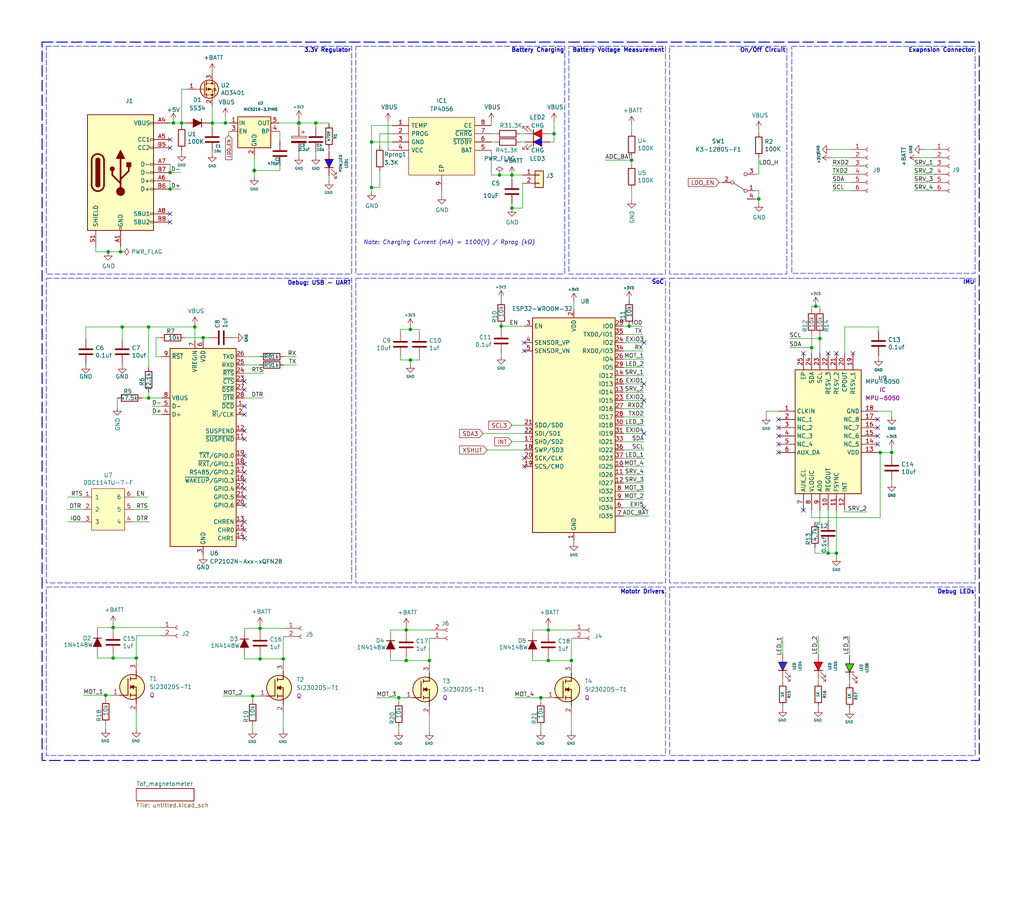
<source format=kicad_sch>
(kicad_sch (version 20231120) (generator "eeschema") (generator_version "8.0")
  (paper "User" 315.011 280.01)
  (title_block (title "ESP Drone") (date "2024-10-07") (rev "v0") (company "Shishir") (comment 1 "DESE"))
  (junction (at 32.512 213.868))
  (junction (at 132.08 203.2))
  (junction (at 168.656 193.802))
  (junction (at 62.484 103.886))
  (junction (at 33.274 77.47))
  (junction (at 37.084 77.47))
  (junction (at 193.548 100.33))
  (junction (at 45.72 122.428))
  (junction (at 274.32 139.192))
  (junction (at 80.01 193.294))
  (junction (at 78.232 52.451) (diameter 1.016))
  (junction (at 170.434 41.148))
  (junction (at 166.37 214.63))
  (junction (at 52.324 53.086))
  (junction (at 41.91 202.438))
  (junction (at 97.155 37.846))
  (junction (at 55.88 37.846))
  (junction (at 194.31 49.276))
  (junction (at 124.968 203.2))
  (junction (at 270.764 139.192))
  (junction (at 175.768 203.2))
  (junction (at 252.222 104.14))
  (junction (at 153.67 53.848))
  (junction (at 91.948 37.846) (diameter 1.016))
  (junction (at 124.968 193.802))
  (junction (at 233.426 61.214))
  (junction (at 114.3 43.688))
  (junction (at 34.798 193.04))
  (junction (at 65.278 37.846))
  (junction (at 126.238 101.346))
  (junction (at 69.342 37.846))
  (junction (at 257.302 170.18))
  (junction (at 114.3 57.658))
  (junction (at 168.656 203.2))
  (junction (at 80.01 202.692))
  (junction (at 154.178 100.33))
  (junction (at 249.682 106.934))
  (junction (at 254.762 170.18))
  (junction (at 53.34 37.846))
  (junction (at 37.592 100.584))
  (junction (at 157.48 53.848))
  (junction (at 122.682 214.63))
  (junction (at 250.952 94.234))
  (junction (at 45.72 100.584))
  (junction (at 87.122 202.692))
  (junction (at 34.798 202.438))
  (junction (at 59.944 100.584))
  (junction (at 157.48 64.008))
  (junction (at 52.324 58.166))
  (junction (at 126.238 110.744))
  (junction (at 77.724 214.122))
  (no_connect (at 75.184 140.208))
  (no_connect (at 198.12 118.11))
  (no_connect (at 239.522 139.192))
  (no_connect (at 75.184 119.888))
  (no_connect (at 52.324 42.926))
  (no_connect (at 247.142 156.972))
  (no_connect (at 75.184 147.828))
  (no_connect (at 262.382 108.712))
  (no_connect (at 75.184 145.288))
  (no_connect (at 52.324 65.786))
  (no_connect (at 270.002 136.652))
  (no_connect (at 239.522 134.112))
  (no_connect (at 75.184 127.508))
  (no_connect (at 257.302 108.712))
  (no_connect (at 75.184 163.068))
  (no_connect (at 75.184 132.588))
  (no_connect (at 75.184 155.448))
  (no_connect (at 75.184 165.608))
  (no_connect (at 75.184 160.528))
  (no_connect (at 52.324 68.326))
  (no_connect (at 161.29 105.41))
  (no_connect (at 52.324 45.466))
  (no_connect (at 161.29 107.95))
  (no_connect (at 75.184 135.128))
  (no_connect (at 161.29 140.97))
  (no_connect (at 270.002 129.032))
  (no_connect (at 75.184 150.368))
  (no_connect (at 75.184 142.748))
  (no_connect (at 239.522 131.572))
  (no_connect (at 270.002 131.572))
  (no_connect (at 247.142 108.712))
  (no_connect (at 198.12 156.21))
  (no_connect (at 75.184 152.908))
  (no_connect (at 198.12 105.41))
  (no_connect (at 254.762 108.712))
  (no_connect (at 239.522 129.032))
  (no_connect (at 75.184 117.348))
  (no_connect (at 161.29 143.51))
  (no_connect (at 198.12 133.35))
  (no_connect (at 239.522 136.652))
  (no_connect (at 75.184 124.968))
  (no_connect (at 198.12 123.19))
  (no_connect (at 270.002 134.112))
  (wire (pts (xy 62.484 170.942) (xy 62.484 170.688)))
  (wire (pts (xy 41.91 195.58) (xy 41.91 202.438)))
  (wire (pts (xy 78.232 52.451) (xy 78.232 54.356)))
  (wire (pts (xy 198.12 153.67) (xy 191.77 153.67)))
  (wire (pts (xy 86.106 43.434) (xy 86.106 40.386)))
  (wire (pts (xy 256.032 53.594) (xy 261.874 53.594)))
  (wire (pts (xy 34.798 193.04) (xy 34.798 193.802)))
  (wire (pts (xy 116.84 57.658) (xy 114.3 57.658)))
  (wire (pts (xy 194.31 38.354) (xy 194.31 40.64)))
  (wire (pts (xy 48.006 109.728) (xy 49.784 109.728)))
  (wire (pts (xy 249.682 159.258) (xy 270.764 159.258)))
  (wire (pts (xy 252.222 108.712) (xy 252.222 104.14)))
  (wire (pts (xy 87.122 224.536) (xy 87.122 219.202)))
  (wire (pts (xy 240.792 195.834) (xy 240.792 201.168)))
  (wire (pts (xy 281.178 56.134) (xy 287.02 56.134)))
  (wire (pts (xy 197.612 100.33) (xy 193.548 100.33)))
  (wire (pts (xy 160.782 64.008) (xy 157.48 64.008)))
  (wire (pts (xy 251.714 208.788) (xy 251.714 209.804)))
  (wire (pts (xy 126.238 100.584) (xy 126.238 101.346)))
  (wire (pts (xy 168.656 203.2) (xy 163.83 203.2)))
  (wire (pts (xy 257.302 156.972) (xy 257.302 170.18)))
  (wire (pts (xy 163.83 193.802) (xy 163.83 194.564)))
  (wire (pts (xy 193.548 100.33) (xy 191.77 100.33)))
  (wire (pts (xy 57.658 27.432) (xy 55.88 27.432)))
  (wire (pts (xy 81.026 122.428) (xy 75.184 122.428)))
  (wire (pts (xy 198.12 146.05) (xy 191.77 146.05)))
  (wire (pts (xy 193.548 92.202) (xy 193.548 92.456)))
  (wire (pts (xy 77.724 214.122) (xy 77.724 215.392)))
  (wire (pts (xy 251.714 195.58) (xy 251.714 201.168)))
  (wire (pts (xy 198.12 130.81) (xy 191.77 130.81)))
  (wire (pts (xy 116.84 52.578) (xy 116.84 57.658)))
  (wire (pts (xy 123.19 110.744) (xy 126.238 110.744)))
  (wire (pts (xy 157.48 53.848) (xy 157.48 55.118)))
  (wire (pts (xy 186.182 49.276) (xy 194.31 49.276)))
  (wire (pts (xy 126.238 101.346) (xy 129.032 101.346)))
  (wire (pts (xy 114.3 38.608) (xy 114.3 43.688)))
  (wire (pts (xy 197.866 107.95) (xy 191.77 107.95)))
  (wire (pts (xy 176.53 92.71) (xy 176.53 95.25)))
  (wire (pts (xy 259.842 156.972) (xy 259.842 157.48)))
  (wire (pts (xy 40.894 160.528) (xy 45.974 160.528)))
  (wire (pts (xy 25.654 152.908) (xy 20.828 152.908)))
  (wire (pts (xy 29.972 193.04) (xy 34.798 193.04)))
  (wire (pts (xy 78.232 48.006) (xy 78.232 52.451)))
  (wire (pts (xy 65.278 37.846) (xy 69.342 37.846)))
  (wire (pts (xy 170.434 41.148) (xy 170.434 43.688)))
  (wire (pts (xy 64.262 103.886) (xy 62.484 103.886)))
  (wire (pts (xy 249.682 156.972) (xy 249.682 159.258)))
  (wire (pts (xy 240.792 208.788) (xy 240.792 209.804)))
  (wire (pts (xy 55.88 37.846) (xy 56.896 37.846)))
  (wire (pts (xy 120.142 193.802) (xy 120.142 194.564)))
  (wire (pts (xy 37.592 100.584) (xy 45.72 100.584)))
  (wire (pts (xy 55.88 46.99) (xy 55.88 46.228)))
  (wire (pts (xy 37.084 77.47) (xy 33.274 77.47)))
  (wire (pts (xy 157.48 53.848) (xy 160.782 53.848)))
  (wire (pts (xy 124.968 193.802) (xy 132.588 193.802)))
  (wire (pts (xy 91.948 46.736) (xy 91.948 48.006)))
  (wire (pts (xy 198.12 110.49) (xy 191.77 110.49)))
  (wire (pts (xy 80.01 193.294) (xy 80.01 194.056)))
  (wire (pts (xy 101.219 38.1) (xy 101.219 37.846)))
  (wire (pts (xy 87.122 195.834) (xy 87.63 195.834)))
  (wire (pts (xy 194.31 48.26) (xy 194.31 49.276)))
  (wire (pts (xy 34.29 213.868) (xy 32.512 213.868)))
  (wire (pts (xy 160.02 43.688) (xy 161.544 43.688)))
  (wire (pts (xy 37.592 112.268) (xy 37.592 112.014)))
  (wire (pts (xy 36.068 125.222) (xy 36.068 122.428)))
  (wire (pts (xy 49.276 103.886) (xy 48.006 103.886)))
  (wire (pts (xy 176.276 193.802) (xy 168.656 193.802)))
  (wire (pts (xy 79.502 214.122) (xy 77.724 214.122)))
  (wire (pts (xy 132.08 203.2) (xy 132.08 204.47)))
  (wire (pts (xy 198.12 156.21) (xy 191.77 156.21)))
  (wire (pts (xy 198.12 128.27) (xy 191.77 128.27)))
  (wire (pts (xy 116.84 41.148) (xy 120.65 41.148)))
  (wire (pts (xy 168.656 202.184) (xy 168.656 203.2)))
  (wire (pts (xy 274.32 148.59) (xy 274.32 147.828)))
  (wire (pts (xy 198.12 120.65) (xy 191.77 120.65)))
  (wire (pts (xy 115.824 214.63) (xy 122.682 214.63)))
  (wire (pts (xy 166.37 214.63) (xy 166.37 215.9)))
  (wire (pts (xy 198.12 151.13) (xy 191.77 151.13)))
  (wire (pts (xy 65.278 37.846) (xy 65.278 39.116)))
  (wire (pts (xy 70.358 41.656) (xy 70.358 40.386)))
  (wire (pts (xy 25.654 156.718) (xy 20.828 156.718)))
  (wire (pts (xy 29.972 193.04) (xy 29.972 193.802)))
  (wire (pts (xy 149.86 138.43) (xy 161.29 138.43)))
  (wire (pts (xy 198.12 143.51) (xy 191.77 143.51)))
  (wire (pts (xy 45.72 100.584) (xy 45.72 113.03)))
  (wire (pts (xy 52.324 55.626) (xy 52.324 58.166)))
  (wire (pts (xy 129.032 101.346) (xy 129.032 102.108)))
  (wire (pts (xy 274.32 137.922) (xy 274.32 139.192)))
  (wire (pts (xy 198.12 105.41) (xy 191.77 105.41)))
  (wire (pts (xy 129.032 110.744) (xy 129.032 109.728)))
  (wire (pts (xy 157.48 130.81) (xy 161.29 130.81)))
  (wire (pts (xy 257.302 171.45) (xy 257.302 170.18)))
  (wire (pts (xy 91.948 37.846) (xy 91.948 39.116)))
  (wire (pts (xy 270.002 139.192) (xy 270.764 139.192)))
  (wire (pts (xy 25.654 213.868) (xy 32.512 213.868)))
  (wire (pts (xy 87.63 193.294) (xy 80.01 193.294)))
  (wire (pts (xy 254.762 160.274) (xy 254.762 156.972)))
  (wire (pts (xy 120.65 38.608) (xy 114.3 38.608)))
  (wire (pts (xy 34.798 192.024) (xy 34.798 193.04)))
  (wire (pts (xy 151.13 41.148) (xy 152.4 41.148)))
  (wire (pts (xy 135.89 60.198) (xy 135.89 58.928)))
  (wire (pts (xy 151.13 37.338) (xy 151.13 38.608)))
  (wire (pts (xy 169.164 43.688) (xy 170.434 43.688)))
  (wire (pts (xy 45.72 100.584) (xy 59.944 100.584)))
  (wire (pts (xy 46.736 127.508) (xy 49.784 127.508)))
  (wire (pts (xy 198.12 118.11) (xy 191.77 118.11)))
  (wire (pts (xy 270.256 100.584) (xy 270.256 101.854)))
  (wire (pts (xy 119.38 37.338) (xy 119.38 46.228)))
  (wire (pts (xy 52.324 53.086) (xy 55.626 53.086)))
  (wire (pts (xy 198.12 148.59) (xy 191.77 148.59)))
  (wire (pts (xy 124.968 193.802) (xy 124.968 194.564)))
  (wire (pts (xy 40.894 152.908) (xy 45.466 152.908)))
  (wire (pts (xy 26.416 112.268) (xy 26.416 112.014)))
  (wire (pts (xy 59.944 100.584) (xy 59.944 104.648)))
  (wire (pts (xy 53.34 37.338) (xy 53.34 37.846)))
  (wire (pts (xy 124.968 193.802) (xy 120.142 193.802)))
  (wire (pts (xy 239.522 126.492) (xy 235.712 126.492)))
  (wire (pts (xy 65.278 22.098) (xy 65.278 22.352)))
  (wire (pts (xy 75.184 202.692) (xy 75.184 201.676)))
  (wire (pts (xy 32.512 224.282) (xy 32.512 222.758)))
  (wire (pts (xy 91.186 112.268) (xy 87.376 112.268)))
  (wire (pts (xy 124.46 214.63) (xy 122.682 214.63)))
  (wire (pts (xy 259.842 157.48) (xy 266.7 157.48)))
  (wire (pts (xy 154.178 109.474) (xy 154.178 108.712)))
  (wire (pts (xy 114.3 57.658) (xy 114.3 58.928)))
  (wire (pts (xy 249.682 94.234) (xy 250.952 94.234)))
  (wire (pts (xy 256.032 51.054) (xy 261.874 51.054)))
  (wire (pts (xy 132.08 225.044) (xy 132.08 219.71)))
  (wire (pts (xy 242.824 104.14) (xy 252.222 104.14)))
  (wire (pts (xy 80.01 192.532) (xy 80.01 193.294)))
  (wire (pts (xy 157.48 64.008) (xy 157.48 62.738)))
  (wire (pts (xy 68.58 214.122) (xy 77.724 214.122)))
  (wire (pts (xy 163.83 203.2) (xy 163.83 202.184)))
  (wire (pts (xy 101.219 54.102) (xy 101.219 55.626)))
  (wire (pts (xy 233.426 48.514) (xy 233.426 53.594)))
  (wire (pts (xy 252.222 95.25) (xy 252.222 94.234)))
  (wire (pts (xy 198.12 140.97) (xy 191.77 140.97)))
  (wire (pts (xy 79.756 109.728) (xy 75.184 109.728)))
  (wire (pts (xy 176.53 166.878) (xy 176.53 166.37)))
  (wire (pts (xy 41.91 224.282) (xy 41.91 218.948)))
  (wire (pts (xy 52.324 58.166) (xy 55.626 58.166)))
  (wire (pts (xy 282.448 48.514) (xy 287.02 48.514)))
  (wire (pts (xy 168.656 192.786) (xy 168.656 193.802)))
  (wire (pts (xy 41.91 202.438) (xy 34.798 202.438)))
  (wire (pts (xy 34.798 193.04) (xy 49.53 193.04)))
  (wire (pts (xy 281.178 51.054) (xy 287.02 51.054)))
  (wire (pts (xy 157.48 135.89) (xy 161.29 135.89)))
  (wire (pts (xy 91.948 37.846) (xy 97.155 37.846)))
  (wire (pts (xy 194.31 49.276) (xy 194.31 50.546)))
  (wire (pts (xy 148.59 133.35) (xy 161.29 133.35)))
  (wire (pts (xy 194.31 61.468) (xy 194.31 58.166)))
  (wire (pts (xy 274.32 128.016) (xy 274.32 126.492)))
  (wire (pts (xy 254.762 170.18) (xy 257.302 170.18)))
  (wire (pts (xy 70.358 40.386) (xy 70.612 40.386)))
  (wire (pts (xy 198.12 123.19) (xy 191.77 123.19)))
  (wire (pts (xy 274.32 139.192) (xy 274.32 140.208)))
  (wire (pts (xy 270.764 139.192) (xy 274.32 139.192)))
  (wire (pts (xy 86.106 51.054) (xy 86.106 52.451)))
  (wire (pts (xy 252.222 160.782) (xy 252.222 156.972)))
  (wire (pts (xy 132.588 196.342) (xy 132.08 196.342)))
  (wire (pts (xy 80.01 202.692) (xy 75.184 202.692)))
  (wire (pts (xy 175.768 203.2) (xy 168.656 203.2)))
  (wire (pts (xy 37.592 100.584) (xy 37.592 104.394)))
  (wire (pts (xy 80.01 201.676) (xy 80.01 202.692)))
  (wire (pts (xy 233.426 39.878) (xy 233.426 40.894)))
  (wire (pts (xy 249.682 102.87) (xy 249.682 106.934)))
  (wire (pts (xy 29.464 77.47) (xy 33.274 77.47)))
  (wire (pts (xy 154.178 100.076) (xy 154.178 100.33)))
  (wire (pts (xy 261.366 195.58) (xy 261.366 201.676)))
  (wire (pts (xy 154.178 100.33) (xy 161.29 100.33)))
  (wire (pts (xy 55.88 27.432) (xy 55.88 37.846)))
  (wire (pts (xy 26.416 104.394) (xy 26.416 100.584)))
  (wire (pts (xy 97.155 37.846) (xy 101.219 37.846)))
  (wire (pts (xy 242.824 106.934) (xy 249.682 106.934)))
  (wire (pts (xy 232.41 58.674) (xy 233.426 58.674)))
  (wire (pts (xy 154.178 100.33) (xy 154.178 101.092)))
  (wire (pts (xy 249.682 108.712) (xy 249.682 106.934)))
  (wire (pts (xy 46.736 124.968) (xy 49.784 124.968)))
  (wire (pts (xy 120.65 43.688) (xy 114.3 43.688)))
  (wire (pts (xy 29.972 202.438) (xy 29.972 201.422)))
  (wire (pts (xy 233.426 58.674) (xy 233.426 61.214)))
  (wire (pts (xy 250.698 160.782) (xy 252.222 160.782)))
  (wire (pts (xy 168.656 193.802) (xy 163.83 193.802)))
  (wire (pts (xy 198.12 135.89) (xy 191.77 135.89)))
  (wire (pts (xy 259.842 100.584) (xy 270.256 100.584)))
  (wire (pts (xy 41.91 195.58) (xy 49.53 195.58)))
  (wire (pts (xy 232.41 61.214) (xy 233.426 61.214)))
  (wire (pts (xy 199.644 158.75) (xy 191.77 158.75)))
  (wire (pts (xy 124.968 203.2) (xy 120.142 203.2)))
  (wire (pts (xy 65.278 32.512) (xy 65.278 37.846)))
  (wire (pts (xy 197.612 102.87) (xy 191.77 102.87)))
  (wire (pts (xy 256.032 56.134) (xy 261.874 56.134)))
  (wire (pts (xy 43.688 122.428) (xy 45.72 122.428)))
  (wire (pts (xy 259.842 108.712) (xy 259.842 100.584)))
  (wire (pts (xy 41.91 202.438) (xy 41.91 203.708)))
  (wire (pts (xy 45.72 120.65) (xy 45.72 122.428)))
  (wire (pts (xy 32.512 213.868) (xy 32.512 215.138)))
  (wire (pts (xy 59.944 100.076) (xy 59.944 100.584)))
  (wire (pts (xy 56.896 103.886) (xy 62.484 103.886)))
  (wire (pts (xy 193.548 100.076) (xy 193.548 100.33)))
  (wire (pts (xy 274.32 126.492) (xy 270.002 126.492)))
  (wire (pts (xy 48.006 103.886) (xy 48.006 109.728)))
  (wire (pts (xy 198.12 115.57) (xy 191.77 115.57)))
  (wire (pts (xy 52.324 50.546) (xy 52.324 53.086)))
  (wire (pts (xy 77.724 224.536) (xy 77.724 223.012)))
  (wire (pts (xy 281.178 58.674) (xy 287.02 58.674)))
  (wire (pts (xy 86.106 52.451) (xy 78.232 52.451)))
  (wire (pts (xy 175.768 203.2) (xy 175.768 204.47)))
  (wire (pts (xy 250.698 168.402) (xy 250.698 170.18)))
  (wire (pts (xy 151.13 46.228) (xy 151.13 53.848)))
  (wire (pts (xy 116.84 44.958) (xy 116.84 41.148)))
  (wire (pts (xy 283.972 45.974) (xy 287.02 45.974)))
  (wire (pts (xy 249.682 95.25) (xy 249.682 94.234)))
  (wire (pts (xy 34.798 202.438) (xy 29.972 202.438)))
  (wire (pts (xy 101.219 45.72) (xy 101.219 46.482)))
  (wire (pts (xy 69.342 37.846) (xy 70.612 37.846)))
  (wire (pts (xy 198.12 125.73) (xy 191.77 125.73)))
  (wire (pts (xy 45.72 122.428) (xy 49.784 122.428)))
  (wire (pts (xy 251.714 217.932) (xy 251.714 217.424)))
  (wire (pts (xy 123.19 101.346) (xy 126.238 101.346)))
  (wire (pts (xy 97.155 39.116) (xy 97.155 37.846)))
  (wire (pts (xy 86.106 40.386) (xy 85.852 40.386)))
  (wire (pts (xy 79.756 112.268) (xy 75.184 112.268)))
  (wire (pts (xy 158.242 214.63) (xy 166.37 214.63)))
  (wire (pts (xy 175.768 225.044) (xy 175.768 219.71)))
  (wire (pts (xy 52.324 37.846) (xy 53.34 37.846)))
  (wire (pts (xy 168.656 193.802) (xy 168.656 194.564)))
  (wire (pts (xy 87.122 202.692) (xy 80.01 202.692)))
  (wire (pts (xy 123.19 109.728) (xy 123.19 110.744)))
  (wire (pts (xy 114.3 43.688) (xy 114.3 57.658)))
  (wire (pts (xy 120.65 46.228) (xy 119.38 46.228)))
  (wire (pts (xy 29.464 75.946) (xy 29.464 77.47)))
  (wire (pts (xy 252.222 102.87) (xy 252.222 104.14)))
  (wire (pts (xy 34.798 201.422) (xy 34.798 202.438)))
  (wire (pts (xy 97.155 46.736) (xy 97.155 48.006)))
  (wire (pts (xy 255.524 45.974) (xy 261.874 45.974)))
  (wire (pts (xy 123.19 102.108) (xy 123.19 101.346)))
  (wire (pts (xy 124.968 192.786) (xy 124.968 193.802)))
  (wire (pts (xy 91.186 109.728) (xy 87.376 109.728)))
  (wire (pts (xy 75.184 193.294) (xy 75.184 194.056)))
  (wire (pts (xy 72.136 103.886) (xy 71.882 103.886)))
  (wire (pts (xy 175.768 196.342) (xy 176.276 196.342)))
  (wire (pts (xy 232.41 53.594) (xy 233.426 53.594)))
  (wire (pts (xy 175.768 196.342) (xy 175.768 203.2)))
  (wire (pts (xy 37.084 75.946) (xy 37.084 77.47)))
  (wire (pts (xy 170.434 37.338) (xy 170.434 41.148)))
  (wire (pts (xy 270.764 159.258) (xy 270.764 139.192)))
  (wire (pts (xy 80.01 193.294) (xy 75.184 193.294)))
  (wire (pts (xy 87.122 195.834) (xy 87.122 202.692)))
  (wire (pts (xy 166.37 225.044) (xy 166.37 223.52)))
  (wire (pts (xy 169.164 41.148) (xy 170.434 41.148)))
  (wire (pts (xy 124.968 202.184) (xy 124.968 203.2)))
  (wire (pts (xy 281.178 53.594) (xy 287.02 53.594)))
  (wire (pts (xy 198.12 138.43) (xy 191.77 138.43)))
  (wire (pts (xy 87.122 202.692) (xy 87.122 203.962)))
  (wire (pts (xy 120.142 203.2) (xy 120.142 202.184)))
  (wire (pts (xy 85.852 37.846) (xy 91.948 37.846)))
  (wire (pts (xy 26.416 100.584) (xy 37.592 100.584)))
  (wire (pts (xy 153.67 53.848) (xy 157.48 53.848)))
  (wire (pts (xy 65.278 46.736) (xy 65.278 47.244)))
  (wire (pts (xy 151.13 53.848) (xy 153.67 53.848)))
  (wire (pts (xy 132.08 203.2) (xy 124.968 203.2)))
  (wire (pts (xy 69.342 35.814) (xy 69.342 37.846)))
  (wire (pts (xy 198.12 133.35) (xy 191.77 133.35)))
  (wire (pts (xy 250.698 170.18) (xy 254.762 170.18)))
  (wire (pts (xy 235.712 126.492) (xy 235.712 128.016)))
  (wire (pts (xy 222.25 56.134) (xy 221.234 56.134)))
  (wire (pts (xy 252.222 94.234) (xy 250.952 94.234)))
  (wire (pts (xy 126.238 110.744) (xy 129.032 110.744)))
  (wire (pts (xy 64.516 37.846) (xy 65.278 37.846)))
  (wire (pts (xy 126.238 110.744) (xy 126.238 112.014)))
  (wire (pts (xy 154.178 91.948) (xy 154.178 92.456)))
  (wire (pts (xy 151.13 43.688) (xy 152.4 43.688)))
  (wire (pts (xy 261.366 218.44) (xy 261.366 217.932)))
  (wire (pts (xy 270.256 109.982) (xy 270.256 109.474)))
  (wire (pts (xy 40.894 156.718) (xy 45.72 156.718)))
  (wire (pts (xy 132.08 196.342) (xy 132.08 203.2)))
  (wire (pts (xy 81.026 114.808) (xy 75.184 114.808)))
  (wire (pts (xy 55.88 37.846) (xy 55.88 38.608)))
  (wire (pts (xy 198.12 113.03) (xy 191.77 113.03)))
  (wire (pts (xy 53.34 37.846) (xy 55.88 37.846)))
  (wire (pts (xy 254.762 167.894) (xy 254.762 170.18)))
  (wire (pts (xy 240.792 217.932) (xy 240.792 217.424)))
  (wire (pts (xy 250.952 94.234) (xy 250.952 93.98)))
  (wire (pts (xy 25.654 160.528) (xy 20.828 160.528)))
  (wire (pts (xy 91.948 36.576) (xy 91.948 37.846)))
  (wire (pts (xy 255.524 48.514) (xy 261.874 48.514)))
  (wire (pts (xy 122.682 225.044) (xy 122.682 223.52)))
  (wire (pts (xy 160.02 41.148) (xy 161.544 41.148)))
  (wire (pts (xy 168.148 214.63) (xy 166.37 214.63)))
  (wire (pts (xy 256.032 58.674) (xy 261.874 58.674)))
  (wire (pts (xy 122.682 214.63) (xy 122.682 215.9)))
  (wire (pts (xy 62.484 104.648) (xy 62.484 103.886)))
  (wire (pts (xy 233.426 61.214) (xy 233.426 62.484)))
  (wire (pts (xy 261.366 209.296) (xy 261.366 210.312)))
  (wire (pts (xy 160.782 56.388) (xy 160.782 64.008)))
  (rectangle (start 205.994 14.224) (end 242.062 84.328) (stroke (width 0) (type dash)))
  (rectangle (start 243.586 14.224) (end 299.974 84.074) (stroke (width 0) (type dash)))
  (rectangle (start 205.994 85.598) (end 299.974 179.324) (stroke (width 0) (type dash)))
  (rectangle (start 175.006 14.224) (end 204.724 84.328) (stroke (width 0) (type dash)))
  (rectangle (start 14.224 85.598) (end 108.204 179.324) (stroke (width 0) (type dash)))
  (rectangle (start 14.224 14.224) (end 108.204 84.328) (stroke (width 0) (type dash)))
  (rectangle (start 205.994 180.594) (end 299.974 232.41) (stroke (width 0) (type dash)))
  (rectangle (start 109.474 85.598) (end 204.724 179.324) (stroke (width 0) (type dash)))
  (rectangle (start 14.224 180.594) (end 204.724 232.41) (stroke (width 0) (type dash)))
  (rectangle (start 12.954 12.954) (end 301.244 233.934) (stroke (width 0.3) (type dash)))
  (rectangle (start 109.474 14.224) (end 173.736 84.328) (stroke (width 0) (type dash)))
  (text "SoC" (at 200.406 87.63 0) (effects (font (size 1.27 1.27) (thickness 0.254) (bold yes)) (justify left bottom)))
  (text "Battery Voltage Measurement" (at 176.022 16.256 0) (effects (font (size 1.27 1.27) (thickness 0.254) (bold yes)) (justify left bottom)))
  (text "IMU" (at 296.164 87.63 0) (effects (font (size 1.27 1.27) (thickness 0.254) (bold yes)) (justify left bottom)))
  (text "Mototr Drivers" (at 190.754 182.88 0) (effects (font (size 1.27 1.27) (thickness 0.254) (bold yes)) (justify left bottom)))
  (text "Battery Charging" (at 157.226 16.256 0) (effects (font (size 1.27 1.27) (thickness 0.254) (bold yes)) (justify left bottom)))
  (text "Debug LEDs" (at 288.29 182.88 0) (effects (font (size 1.27 1.27) (thickness 0.254) (bold yes)) (justify left bottom)))
  (text "Debug: USB - UART" (at 88.392 87.884 0) (effects (font (size 1.27 1.27) (thickness 0.254) (bold yes)) (justify left bottom)))
  (text "Exapnsion Connector" (at 279.4 16.256 0) (effects (font (size 1.27 1.27) (thickness 0.254) (bold yes)) (justify left bottom)))
  (text "3.3V Regulator" (at 93.472 16.256 0) (effects (font (size 1.27 1.27) (thickness 0.254) (bold yes)) (justify left bottom)))
  (text "Note: Charging Current (mA) = 1100(V) / Rprog (kΩ)" (at 111.76 75.438 0) (effects (font (size 1.27 1.27) (italic yes)) (justify left bottom)))
  (text "On/Off Circuit" (at 227.584 16.256 0) (effects (font (size 1.27 1.27) (thickness 0.254) (bold yes)) (justify left bottom)))
  (label "ADC_BAT" (at 186.182 49.276 0))
  (label "LED_2" (at 251.714 195.58 270))
  (label "SRV_4" (at 281.178 58.674 0))
  (label "EN" (at 41.91 152.908 0))
  (label "MOT_1" (at 198.12 110.49 180))
  (label "DTR" (at 21.336 156.718 0))
  (label "SCL" (at 256.032 58.674 0))
  (label "MOT_4" (at 158.242 214.63 0))
  (label "SDA" (at 198.12 135.89 180))
  (label "SRV_1" (at 198.12 115.57 180))
  (label "MOT_3" (at 198.12 151.13 180))
  (label "TX" (at 197.612 102.87 180))
  (label "MOT_3" (at 115.824 214.63 0))
  (label "RTS" (at 81.026 114.808 180))
  (label "MOT_2" (at 198.12 153.67 180))
  (label "SCL" (at 198.12 138.43 180))
  (label "EXIO3" (at 198.12 105.41 180))
  (label "D-" (at 46.736 124.968 0))
  (label "TXD2" (at 256.032 53.594 0))
  (label "SRV_3" (at 281.178 56.134 0))
  (label "RX" (at 197.866 107.95 180))
  (label "SDA" (at 256.032 56.134 0))
  (label "RTS" (at 21.844 152.908 0))
  (label "EXI5" (at 198.12 156.21 180))
  (label "IO0" (at 197.612 100.33 180))
  (label "EXIO2" (at 198.12 123.19 180))
  (label "SRV_4" (at 198.12 146.05 180))
  (label "TXD2" (at 198.12 128.27 180))
  (label "SRV_1" (at 281.178 51.054 0))
  (label "SDA" (at 242.824 106.934 0))
  (label "D-" (at 55.626 53.086 180))
  (label "MOT_1" (at 25.654 213.868 0))
  (label "LED_1" (at 198.12 140.97 180))
  (label "MOT_2" (at 68.58 214.122 0))
  (label "ADC_BAT" (at 199.644 158.75 180))
  (label "LED_2" (at 198.12 113.03 180))
  (label "D+" (at 46.736 127.508 0))
  (label "EXIO4" (at 198.12 133.35 180))
  (label "SCL" (at 242.824 104.14 0))
  (label "LED_3" (at 261.366 195.58 270))
  (label "EXIO1" (at 198.12 118.11 180))
  (label "IO0" (at 21.59 160.528 0))
  (label "LED_3" (at 198.12 130.81 180))
  (label "SRV_2" (at 198.12 120.65 180))
  (label "SRV_2" (at 281.178 53.594 0))
  (label "RXD2" (at 256.032 51.054 0))
  (label "DTR" (at 41.91 160.528 0))
  (label "SRV_2" (at 266.7 157.48 180))
  (label "EN" (at 156.718 100.33 0))
  (label "D+" (at 55.626 58.166 180))
  (label "RXD2" (at 198.12 125.73 180))
  (label "DTR" (at 81.026 122.428 180))
  (label "RTS" (at 41.91 156.718 0))
  (label "SRV_3" (at 198.12 148.59 180))
  (label "MOT_4" (at 198.12 143.51 180))
  (label "LDO_H" (at 233.426 51.054 0))
  (label "LED_1" (at 240.792 195.834 270))
  (label "TX" (at 91.186 112.268 180))
  (label "RX" (at 91.186 109.728 180))
  (global_label "LDO_EN" (shape input) (at 70.358 41.656 270) (effects (font (size 1 1))) (property "Intersheetrefs" "${INTERSHEET_REFS}" (effects (hide yes))))
  (global_label "INT" (shape input) (at 157.48 135.89 180) (property "Intersheetrefs" "${INTERSHEET_REFS}" (effects (hide yes))))
  (global_label "XSHUT" (shape input) (at 149.86 138.43 180) (property "Intersheetrefs" "${INTERSHEET_REFS}" (effects (hide yes))))
  (global_label "SDA3" (shape input) (at 148.59 133.35 180) (property "Intersheetrefs" "${INTERSHEET_REFS}" (effects (hide yes))))
  (global_label "SCL3" (shape input) (at 157.48 130.81 180) (property "Intersheetrefs" "${INTERSHEET_REFS}" (effects (hide yes))))
  (global_label "LDO_EN" (shape input) (at 221.234 56.134 180) (property "Intersheetrefs" "${INTERSHEET_REFS}" (effects (hide yes))))
  (symbol (lib_id "power:+3V3") (at 193.548 92.202 0) (unit 1)
    (property "Reference" "#PWR037" (effects (hide yes)))
    (property "Value" "+3V3" (at 193.421 88.5698 0) (effects (font (size 0.8 0.8))))
  )
  (symbol (lib_id "Connector:Conn_01x06_Female") (at 266.954 51.054 0) (unit 1)
    (property "Reference" "J8" (at 268.478 52.3239 0) (effects (justify left)))
    (property "Value" "Conn_01x06_Female" (effects (hide yes)))
    (property "Footprint" "Connector_PinHeader_2.54mm:PinHeader_1x06_P2.54mm_Vertical" (effects (hide yes)))
  )
  (symbol (lib_id "Device:R") (at 83.566 109.728 90) (unit 1)
    (property "Reference" "R8" (at 83.82 109.728 90) (effects (justify left)))
    (property "Value" "1k" (at 85.852 109.728 90) (effects (justify left)))
    (property "Footprint" "Resistor_SMD:R_0603_1608Metric" (effects (hide yes)))
  )
  (symbol (lib_id "power:+BATT") (at 80.01 192.532 0) (unit 1)
    (property "Reference" "#PWR0101" (effects (hide yes)))
    (property "Value" "+BATT" (at 80.391 188.1378 0))
  )
  (symbol (lib_id "power:+BATT") (at 124.968 192.786 0) (unit 1)
    (property "Reference" "#PWR0102" (effects (hide yes)))
    (property "Value" "+BATT" (at 125.349 188.3918 0))
  )
  (symbol (lib_id "power:GND") (at 261.366 218.44 0) (unit 1)
    (property "Reference" "#PWR047" (effects (hide yes)))
    (property "Value" "GND" (at 261.239 222.0722 0) (effects (font (size 0.8 0.8))))
  )
  (symbol (lib_id "power:GND") (at 176.53 166.878 0) (unit 1)
    (property "Reference" "#PWR036" (effects (hide yes)))
    (property "Value" "GND" (at 176.53 170.688 0) (effects (font (size 0.8 0.8))))
  )
  (symbol (lib_id "power:VBUS") (at 69.342 35.814 0) (unit 1)
    (property "Reference" "#PWR06" (effects (hide yes)))
    (property "Value" "VBUS" (at 69.723 31.4198 0))
  )
  (symbol (lib_id "Device:C") (at 274.32 144.018 0) (unit 1)
    (property "Reference" "C14" (at 277.241 142.8496 0) (effects (justify left)))
    (property "Value" "10uf" (at 277.241 145.161 0) (effects (justify left)))
    (property "Footprint" "Capacitor_SMD:C_0603_1608Metric" (effects (hide yes)))
  )
  (symbol (lib_id "Device:C") (at 129.032 105.918 0) (unit 1)
    (property "Reference" "C10" (at 131.953 104.7496 0) (effects (justify left)))
    (property "Value" "1uf" (at 131.953 107.061 0) (effects (justify left)))
    (property "Footprint" "Capacitor_SMD:C_0603_1608Metric" (effects (hide yes)))
  )
  (symbol (lib_id "power:GND") (at 41.91 224.282 0) (unit 1)
    (property "Reference" "#PWR049" (effects (hide yes)))
    (property "Value" "GND" (at 41.783 227.9142 0) (effects (font (size 0.8 0.8))))
  )
  (symbol (lib_id "Connector:Conn_01x02_Female") (at 54.61 193.04 0) (unit 1)
    (property "Reference" "J2" (at 55.88 194.945 0) (effects (justify left)))
    (property "Value" "Conn_01x02_Female" (effects (hide yes)))
    (property "Footprint" "Connector_JST:JST_GH_SM02B-GHS-TB_1x02-1MP_P1.25mm_Horizontal" (effects (hide yes)))
  )
  (symbol (lib_name "SI2302DS-T1_3") (lib_id "SI2302DS-T1:SI2302DS-T1") (at 124.46 214.63 0) (unit 1)
    (property "Reference" "T3" (at 136.144 209.5499 0) (effects (justify left)))
    (property "Value" "SI2302DS-T1" (at 136.144 212.0899 0) (effects (justify left)))
    (property "Footprint" "Package_TO_SOT_SMD:SOT-23" (effects (hide yes)))
    (property "Reference_1" "Q" (at 136.144 214.6299 0) (effects (justify left)))
    (property "Value_1" "SI2302DS-T1" (effects (hide yes)))
    (property "Footprint_1" "SOT95P237X112-3N" (effects (hide yes)))
    (property "Datasheet_1" "https://4donline.ihs.com/images/VipMasterIC/IC/SILX/SILXS08192/SILXS08192-1.pdf?hkey=EF798316E3902B6ED9A73243A3159BB0" (effects (hide yes)))
    (property "Height" "1.12" (effects (hide yes)))
    (property "Mouser Part Number" "781-SI2302DS" (effects (hide yes)))
    (property "Mouser Price/Stock" "https://www.mouser.co.uk/ProductDetail/Vishay-Siliconix/SI2302DS-T1?qs=Vtbibb3IBkf5ybaLingfiw%3D%3D" (effects (hide yes)))
    (property "Manufacturer_Name" "Vishay" (effects (hide yes)))
    (property "Manufacturer_Part_Number" "SI2302DS-T1" (effects (hide yes)))
  )
  (symbol (lib_id "power:GND") (at 235.712 128.016 0) (unit 1)
    (property "Reference" "#PWR038" (effects (hide yes)))
    (property "Value" "GND" (at 235.712 131.826 0) (effects (font (size 0.8 0.8))))
  )
  (symbol (lib_id "power:GND") (at 255.524 45.974 270) (unit 1)
    (property "Reference" "#PWR056" (effects (hide yes)))
    (property "Value" "GND" (at 251.714 45.974 0) (effects (font (size 0.8 0.8))))
  )
  (symbol (lib_name "SI2302DS-T1_1") (lib_id "SI2302DS-T1:SI2302DS-T1") (at 34.29 213.868 0) (unit 1)
    (property "Reference" "T1" (at 45.974 208.7879 0) (effects (justify left)))
    (property "Value" "SI2302DS-T1" (at 45.974 211.3279 0) (effects (justify left)))
    (property "Footprint" "Package_TO_SOT_SMD:SOT-23" (effects (hide yes)))
    (property "Reference_1" "Q" (at 45.974 213.8679 0) (effects (justify left)))
    (property "Value_1" "SI2302DS-T1" (effects (hide yes)))
    (property "Footprint_1" "SOT95P237X112-3N" (effects (hide yes)))
    (property "Datasheet_1" "https://4donline.ihs.com/images/VipMasterIC/IC/SILX/SILXS08192/SILXS08192-1.pdf?hkey=EF798316E3902B6ED9A73243A3159BB0" (effects (hide yes)))
    (property "Height" "1.12" (effects (hide yes)))
    (property "Mouser Part Number" "781-SI2302DS" (effects (hide yes)))
    (property "Mouser Price/Stock" "https://www.mouser.co.uk/ProductDetail/Vishay-Siliconix/SI2302DS-T1?qs=Vtbibb3IBkf5ybaLingfiw%3D%3D" (effects (hide yes)))
    (property "Manufacturer_Name" "Vishay" (effects (hide yes)))
    (property "Manufacturer_Part_Number" "SI2302DS-T1" (effects (hide yes)))
  )
  (symbol (lib_id "Device:R") (at 193.548 96.266 180) (unit 1)
    (property "Reference" "R11" (at 191.516 95.504 90) (effects (justify left)))
    (property "Value" "10k" (at 193.548 93.98 90) (effects (justify left)))
    (property "Footprint" "Resistor_SMD:R_0603_1608Metric" (effects (hide yes)))
  )
  (symbol (lib_id "Device:R") (at 101.219 41.91 180) (unit 1)
    (property "Reference" "R1" (at 103.1748 41.91 90) (effects (font (size 0.8 0.8))))
    (property "Value" "470R" (at 101.1174 41.91 90) (effects (font (size 0.8 0.8))))
    (property "Footprint" "Resistor_SMD:R_0603_1608Metric" (effects (hide yes)))
  )
  (symbol (lib_id "Connector:Conn_01x06_Female") (at 292.1 51.054 0) (unit 1)
    (property "Reference" "J9" (at 292.862 52.3239 0) (effects (justify left)))
    (property "Value" "Conn_01x06_Female" (effects (hide yes)))
    (property "Footprint" "Connector_PinHeader_2.54mm:PinHeader_1x06_P2.54mm_Vertical" (effects (hide yes)))
  )
  (symbol (lib_id "power:+3V3") (at 126.238 100.584 0) (unit 1)
    (property "Reference" "#PWR031" (effects (hide yes)))
    (property "Value" "+3V3" (at 126.111 96.9518 0) (effects (font (size 0.8 0.8))))
  )
  (symbol (lib_id "power:GND") (at 135.89 60.198 0) (unit 1)
    (property "Reference" "#PWR020" (effects (hide yes)))
    (property "Value" "GND" (at 136.017 64.5922 0))
  )
  (symbol (lib_id "power:GND") (at 233.426 62.484 0) (unit 1)
    (property "Reference" "#PWR017" (effects (hide yes)))
    (property "Value" "GND" (at 233.553 66.8782 0))
  )
  (symbol (lib_id "Device:C") (at 37.592 108.204 0) (unit 1)
    (property "Reference" "C7" (at 40.513 107.0356 0) (effects (justify left)))
    (property "Value" "10uf" (at 40.513 109.347 0) (effects (justify left)))
    (property "Footprint" "Capacitor_SMD:C_0603_1608Metric" (effects (hide yes)))
  )
  (symbol (lib_id "Device:C") (at 123.19 105.918 0) (mirror y) (unit 1)
    (property "Reference" "C9" (at 120.269 104.7496 0) (effects (justify left)))
    (property "Value" "10uf" (at 120.269 107.061 0) (effects (justify left)))
    (property "Footprint" "Capacitor_SMD:C_0603_1608Metric" (effects (hide yes)))
  )
  (symbol (lib_id "Device:R") (at 194.31 44.45 0) (unit 1)
    (property "Reference" "U4" (at 196.088 43.2816 0) (effects (justify left)))
    (property "Value" "100K" (at 196.088 45.593 0) (effects (justify left)))
    (property "Footprint" "Resistor_SMD:R_0603_1608Metric" (effects (hide yes)))
  )
  (symbol (lib_id "power:+BATT") (at 34.798 192.024 0) (unit 1)
    (property "Reference" "#PWR0104" (effects (hide yes)))
    (property "Value" "+BATT" (at 35.179 187.6298 0))
  )
  (symbol (lib_name "SI2302DS-T1_2") (lib_id "SI2302DS-T1:SI2302DS-T1") (at 79.502 214.122 0) (unit 1)
    (property "Reference" "T2" (at 91.186 209.0419 0) (effects (justify left)))
    (property "Value" "SI2302DS-T1" (at 91.186 211.5819 0) (effects (justify left)))
    (property "Footprint" "Package_TO_SOT_SMD:SOT-23" (effects (hide yes)))
    (property "Reference_1" "Q" (at 91.186 214.1219 0) (effects (justify left)))
    (property "Value_1" "SI2302DS-T1" (effects (hide yes)))
    (property "Footprint_1" "SOT95P237X112-3N" (effects (hide yes)))
    (property "Datasheet_1" "https://4donline.ihs.com/images/VipMasterIC/IC/SILX/SILXS08192/SILXS08192-1.pdf?hkey=EF798316E3902B6ED9A73243A3159BB0" (effects (hide yes)))
    (property "Height" "1.12" (effects (hide yes)))
    (property "Mouser Part Number" "781-SI2302DS" (effects (hide yes)))
    (property "Mouser Price/Stock" "https://www.mouser.co.uk/ProductDetail/Vishay-Siliconix/SI2302DS-T1?qs=Vtbibb3IBkf5ybaLingfiw%3D%3D" (effects (hide yes)))
    (property "Manufacturer_Name" "Vishay" (effects (hide yes)))
    (property "Manufacturer_Part_Number" "SI2302DS-T1" (effects (hide yes)))
  )
  (symbol (lib_id "Device:R") (at 83.566 112.268 90) (unit 1)
    (property "Reference" "R9" (at 83.82 112.268 90) (effects (justify left)))
    (property "Value" "1k" (at 85.852 112.268 90) (effects (justify left)))
    (property "Footprint" "Resistor_SMD:R_0603_1608Metric" (effects (hide yes)))
  )
  (symbol (lib_id "TP4056-42-ESOP8:TP4056-42-ESOP8") (at 120.65 38.608 0) (unit 1)
    (property "Reference" "IC1" (at 135.89 30.988 0))
    (property "Value" "TP4056" (at 135.89 33.528 0))
    (property "Footprint" "Package_SO:SOIC-8-1EP_3.9x4.9mm_P1.27mm_EP2.29x3mm" (effects (hide yes)))
    (property "Datasheet" "https://datasheet.lcsc.com/szlcsc/1906261508_Nanjing-Extension-Microelectronics-TP4056-42-ESOP8_C16581.pdf" (effects (hide yes)))
    (property "Description" "PMIC - Battery Management ESOP-8 RoHS" (effects (hide yes)))
    (property "Height" "1.75" (effects (hide yes)))
    (property "Manufacturer_Name" "Nanjing Extension Microelectronics" (effects (hide yes)))
    (property "Manufacturer_Part_Number" "TP4056-42-ESOP8" (effects (hide yes)))
  )
  (symbol (lib_id "power:GND") (at 87.122 224.536 0) (unit 1)
    (property "Reference" "#PWR051" (effects (hide yes)))
    (property "Value" "GND" (at 86.995 228.1682 0) (effects (font (size 0.8 0.8))))
  )
  (symbol (lib_id "Device:C") (at 97.155 42.926 0) (unit 1)
    (property "Reference" "C4" (at 97.409 44.704 0) (effects (font (size 0.8 0.8)) (justify left)))
    (property "Value" "10u" (at 97.409 45.974 0) (effects (font (size 0.8 0.8)) (justify left)))
    (property "Footprint" "Capacitor_SMD:C_0603_1608Metric" (effects (hide yes)))
  )
  (symbol (lib_id "Device:R") (at 122.682 219.71 180) (unit 1)
    (property "Reference" "R20" (at 120.65 218.948 90) (effects (justify left)))
    (property "Value" "10k" (at 122.682 217.424 90) (effects (justify left)))
    (property "Footprint" "Resistor_SMD:R_0603_1608Metric" (effects (hide yes)))
  )
  (symbol (lib_id "SI2302DS-T1:SI2302DS-T1") (at 168.148 214.63 0) (unit 1)
    (property "Reference" "T4" (at 179.832 209.5499 0) (effects (justify left)))
    (property "Value" "SI2302DS-T1" (at 179.832 212.0899 0) (effects (justify left)))
    (property "Footprint" "Package_TO_SOT_SMD:SOT-23" (effects (hide yes)))
    (property "Reference_1" "Q" (at 179.832 214.6299 0) (effects (justify left)))
    (property "Value_1" "SI2302DS-T1" (effects (hide yes)))
    (property "Footprint_1" "SOT95P237X112-3N" (effects (hide yes)))
    (property "Datasheet_1" "https://4donline.ihs.com/images/VipMasterIC/IC/SILX/SILXS08192/SILXS08192-1.pdf?hkey=EF798316E3902B6ED9A73243A3159BB0" (effects (hide yes)))
    (property "Height" "1.12" (effects (hide yes)))
    (property "Mouser Part Number" "781-SI2302DS" (effects (hide yes)))
    (property "Mouser Price/Stock" "https://www.mouser.co.uk/ProductDetail/Vishay-Siliconix/SI2302DS-T1?qs=Vtbibb3IBkf5ybaLingfiw%3D%3D" (effects (hide yes)))
    (property "Manufacturer_Name" "Vishay" (effects (hide yes)))
    (property "Manufacturer_Part_Number" "SI2302DS-T1" (effects (hide yes)))
  )
  (symbol (lib_id "downloader-rescue:USB_C_Receptacle_USB2.0-Connector") (at 37.084 53.086 0) (unit 1)
    (property "Reference" "J1" (at 39.8018 31.0642 0))
    (property "Value" "USB_C_Receptacle_USB2.0" (effects (hide yes)))
    (property "Footprint" "Connector_USB:USB_C_Receptacle_HRO_TYPE-C-31-M-12" (effects (hide yes)))
    (property "Datasheet" "https://www.usb.org/sites/default/files/documents/usb_type-c.zip" (effects (hide yes)))
  )
  (symbol (lib_id "Device:R") (at 32.512 218.948 180) (unit 1)
    (property "Reference" "R18" (at 30.48 218.186 90) (effects (justify left)))
    (property "Value" "10k" (at 32.512 216.662 90) (effects (justify left)))
    (property "Footprint" "Resistor_SMD:R_0603_1608Metric" (effects (hide yes)))
  )
  (symbol (lib_id "power:+BATT") (at 282.448 48.514 90) (unit 1)
    (property "Reference" "#PWR058" (effects (hide yes)))
    (property "Value" "+BATT" (at 278.0538 48.133 0))
  )
  (symbol (lib_id "power:GND") (at 132.08 225.044 0) (unit 1)
    (property "Reference" "#PWR053" (effects (hide yes)))
    (property "Value" "GND" (at 131.953 228.6762 0) (effects (font (size 0.8 0.8))))
  )
  (symbol (lib_id "power:+3V3") (at 91.948 36.576 0) (unit 1)
    (property "Reference" "#PWR010" (effects (hide yes)))
    (property "Value" "+3V3" (at 91.821 32.9438 0) (effects (font (size 0.8 0.8))))
  )
  (symbol (lib_name "LED_2") (lib_id "Device:LED") (at 251.714 204.978 90) (unit 1)
    (property "Reference" "LED5" (at 257.048 204.9145 0) (effects (font (size 0.8 0.8))))
    (property "Value" "LED" (at 255.27 204.9145 0) (effects (font (size 0.8 0.8))))
    (property "Footprint" "LED_SMD:LED_0603_1608Metric" (effects (hide yes)))
  )
  (symbol (lib_id "power:GND") (at 274.32 128.016 0) (unit 1)
    (property "Reference" "#PWR042" (effects (hide yes)))
    (property "Value" "GND" (at 274.32 131.826 0) (effects (font (size 0.8 0.8))))
  )
  (symbol (lib_id "Device:C_Polarized") (at 91.948 42.926 0) (mirror y) (unit 1)
    (property "Reference" "C3" (at 93.853 44.704 0) (effects (font (size 0.8 0.8)) (justify left)))
    (property "Value" "2.2uF" (at 95.377 45.974 0) (effects (font (size 0.8 0.8)) (justify left)))
    (property "Footprint" "Capacitor_SMD:C_0805_2012Metric" (effects (hide yes)))
  )
  (symbol (lib_id "power:GND") (at 251.714 217.932 0) (unit 1)
    (property "Reference" "#PWR046" (effects (hide yes)))
    (property "Value" "GND" (at 251.587 221.5642 0) (effects (font (size 0.8 0.8))))
  )
  (symbol (lib_id "downloader-rescue:DDC114TU-7-F-my") (at 33.274 156.718 0) (unit 1)
    (property "Reference" "U7" (at 33.274 146.177 0))
    (property "Value" "DDC114TU-7-F" (at 33.274 148.4884 0))
    (property "Footprint" "Package_TO_SOT_SMD:SOT-363_SC-70-6" (effects (hide yes)))
  )
  (symbol (lib_id "Device:R") (at 39.878 122.428 90) (unit 1)
    (property "Reference" "R5" (at 40.64 120.396 90) (effects (justify left)))
    (property "Value" "47.5k" (at 42.418 122.428 90) (effects (justify left)))
    (property "Footprint" "Resistor_SMD:R_0603_1608Metric" (effects (hide yes)))
  )
  (symbol (lib_id "power:GND") (at 257.302 171.45 0) (unit 1)
    (property "Reference" "#PWR040" (effects (hide yes)))
    (property "Value" "GND" (at 257.302 175.26 0) (effects (font (size 0.8 0.8))))
  )
  (symbol (lib_id "Device:R") (at 55.88 42.418 0) (unit 1)
    (property "Reference" "U1" (at 57.658 41.2496 0) (effects (justify left)))
    (property "Value" "100K" (at 57.658 43.561 0) (effects (justify left)))
    (property "Footprint" "Resistor_SMD:R_0603_1608Metric" (effects (hide yes)))
  )
  (symbol (lib_id "Regulator_Linear:MIC5219-3.3YM5") (at 78.232 40.386 0) (unit 1)
    (property "Reference" "U3" (at 80.137 31.75 0) (effects (font (size 0.8 0.8))))
    (property "Value" "MIC5219-3.3YM5" (at 80.137 33.655 0) (effects (font (size 0.8 0.8))))
    (property "Footprint" "Package_TO_SOT_SMD:SOT-23-5" (effects (hide yes)))
    (property "Datasheet" "http://ww1.microchip.com/downloads/en/DeviceDoc/MIC5219-500mA-Peak-Output-LDO-Regulator-DS20006021A.pdf" (effects (hide yes)))
  )
  (symbol (lib_id "MPU-6050:MPU-6050") (at 239.522 126.492 0) (unit 1)
    (property "Reference" "U9" (at 271.526 116.332 0))
    (property "Value" "MPU-6050" (at 271.526 117.3732 0))
    (property "Footprint" "custom:MPU6050" (effects (hide yes)))
    (property "Reference_1" "IC" (at 271.526 119.9132 0))
    (property "Value_1" "MPU-6050" (at 271.526 122.4532 0))
    (property "Footprint_1" "MPU6050" (effects (hide yes)))
    (property "Datasheet_1" "https://product.tdk.com/system/files/dam/doc/product/sensor/mortion-inertial/imu/data_sheet/mpu-6000-datasheet1.pdf" (effects (hide yes)))
    (property "Height" "0.95" (effects (hide yes)))
    (property "Mouser Part Number" "410-MPU-6050" (effects (hide yes)))
    (property "Mouser Price/Stock" "https://www.mouser.co.uk/ProductDetail/TDK-InvenSense/MPU-6050?qs=u4fy%2FsgLU9O14B5JgyQFvg%3D%3D" (effects (hide yes)))
    (property "Manufacturer_Name" "TDK" (effects (hide yes)))
    (property "Manufacturer_Part_Number" "MPU-6050" (effects (hide yes)))
  )
  (symbol (lib_id "power:GND") (at 37.592 112.268 0) (unit 1)
    (property "Reference" "#PWR027" (effects (hide yes)))
    (property "Value" "GND" (at 39.624 115.824 0) (effects (justify right)))
  )
  (symbol (lib_id "Device:C") (at 26.416 108.204 0) (unit 1)
    (property "Reference" "C6" (at 29.337 107.0356 0) (effects (justify left)))
    (property "Value" "0.1uf" (at 29.337 109.347 0) (effects (justify left)))
    (property "Footprint" "Capacitor_SMD:C_0603_1608Metric" (effects (hide yes)))
  )
  (symbol (lib_id "Device:R") (at 154.178 96.266 180) (unit 1)
    (property "Reference" "R10" (at 152.146 95.504 90) (effects (justify left)))
    (property "Value" "10k" (at 154.178 93.98 90) (effects (justify left)))
    (property "Footprint" "Resistor_SMD:R_0603_1608Metric" (effects (hide yes)))
  )
  (symbol (lib_id "power:GND") (at 55.88 46.99 0) (unit 1)
    (property "Reference" "#PWR03" (effects (hide yes)))
    (property "Value" "GND" (at 55.88 50.8 0) (effects (font (size 0.8 0.8))))
  )
  (symbol (lib_name "1N4148W_2") (lib_id "Diode:1N4148W") (at 75.184 197.866 270) (unit 1)
    (property "Reference" "D3" (at 70.612 196.596 90) (effects (justify left)))
    (property "Value" "1N4148W" (at 64.77 198.628 90) (effects (justify left)))
    (property "Footprint" "Diode_SMD:D_SOD-323" (effects (hide yes)))
    (property "Datasheet" "https://www.vishay.com/docs/85748/1n4148w.pdf" (effects (hide yes)))
  )
  (symbol (lib_id "Device:C") (at 254.762 164.084 0) (mirror y) (unit 1)
    (property "Reference" "C12" (at 254.762 161.798 0) (effects (justify left)))
    (property "Value" "0.1uf" (at 253.492 170.18 90) (effects (justify left)))
    (property "Footprint" "Capacitor_SMD:C_0603_1608Metric" (effects (hide yes)))
  )
  (symbol (lib_id "Device:R") (at 116.84 48.768 0) (unit 1)
    (property "Reference" "Rprog1" (at 118.11 47.498 0) (effects (justify left)))
    (property "Value" "3.3K" (at 118.11 50.038 0) (effects (justify left)))
    (property "Footprint" "Resistor_SMD:R_0603_1608Metric" (effects (hide yes)))
  )
  (symbol (lib_id "power:+3V3") (at 154.178 91.948 0) (unit 1)
    (property "Reference" "#PWR033" (effects (hide yes)))
    (property "Value" "+3V3" (at 154.051 88.3158 0) (effects (font (size 0.8 0.8))))
  )
  (symbol (lib_id "power:GND") (at 32.512 224.282 0) (unit 1)
    (property "Reference" "#PWR048" (effects (hide yes)))
    (property "Value" "GND" (at 32.385 227.9142 0) (effects (font (size 0.8 0.8))))
  )
  (symbol (lib_id "power:VBUS") (at 170.434 37.338 0) (unit 1)
    (property "Reference" "#PWR024" (effects (hide yes)))
    (property "Value" "VBUS" (at 170.815 32.9438 0))
  )
  (symbol (lib_id "Device:C") (at 168.656 198.374 0) (unit 1)
    (property "Reference" "C18" (at 171.577 197.2056 0) (effects (justify left)))
    (property "Value" "1uf" (at 171.577 199.517 0) (effects (justify left)))
    (property "Footprint" "Capacitor_SMD:C_0603_1608Metric" (effects (hide yes)))
  )
  (symbol (lib_name "1N4148W_1") (lib_id "Diode:1N4148W") (at 29.972 197.612 270) (unit 1)
    (property "Reference" "D2" (at 25.4 196.342 90) (effects (justify left)))
    (property "Value" "1N4148W" (at 19.558 198.374 90) (effects (justify left)))
    (property "Footprint" "Diode_SMD:D_SOD-323" (effects (hide yes)))
    (property "Datasheet" "https://www.vishay.com/docs/85748/1n4148w.pdf" (effects (hide yes)))
  )
  (symbol (lib_id "power:+BATT") (at 65.278 22.098 0) (unit 1)
    (property "Reference" "#PWR04" (effects (hide yes)))
    (property "Value" "+BATT" (at 65.659 17.7038 0))
  )
  (symbol (lib_id "Device:C") (at 34.798 197.612 0) (unit 1)
    (property "Reference" "C15" (at 37.719 196.4436 0) (effects (justify left)))
    (property "Value" "1uf" (at 37.719 198.755 0) (effects (justify left)))
    (property "Footprint" "Capacitor_SMD:C_0603_1608Metric" (effects (hide yes)))
  )
  (symbol (lib_id "Device:R") (at 156.21 43.688 270) (mirror x) (unit 1)
    (property "Reference" "R4" (at 152.4 46.228 90) (effects (justify left)))
    (property "Value" "1.3K" (at 154.94 46.228 90) (effects (justify left)))
    (property "Footprint" "Resistor_SMD:R_0603_1608Metric" (effects (hide yes)))
  )
  (symbol (lib_id "ESP32_TouchDown:DMG3415U-7") (at 62.738 27.432 0) (unit 1)
    (property "Reference" "U2" (at 67.9196 26.2636 0) (effects (justify left)))
    (property "Value" "AO3401" (at 67.9196 28.575 0) (effects (justify left)))
    (property "Footprint" "Package_TO_SOT_SMD:SOT-23" (effects (hide yes)))
  )
  (symbol (lib_id "Connector:Conn_01x02_Female") (at 181.356 193.802 0) (unit 1)
    (property "Reference" "J4" (at 182.88 195.707 0) (effects (justify left)))
    (property "Value" "Conn_01x02_Female" (effects (hide yes)))
    (property "Footprint" "Connector_JST:JST_GH_SM02B-GHS-TB_1x02-1MP_P1.25mm_Horizontal" (effects (hide yes)))
  )
  (symbol (lib_id "power:GND") (at 157.48 64.008 0) (unit 1)
    (property "Reference" "#PWR023" (effects (hide yes)))
    (property "Value" "GND" (at 157.607 68.4022 0))
  )
  (symbol (lib_id "Device:R") (at 156.21 41.148 270) (unit 1)
    (property "Reference" "R3" (at 153.67 38.608 90) (effects (justify left)))
    (property "Value" "1.3K" (at 156.21 38.608 90) (effects (justify left)))
    (property "Footprint" "Resistor_SMD:R_0603_1608Metric" (effects (hide yes)))
  )
  (symbol (lib_id "Device:C") (at 270.256 105.664 0) (unit 1)
    (property "Reference" "C13" (at 273.177 104.4956 0) (effects (justify left)))
    (property "Value" "0.1uf" (at 273.177 106.807 0) (effects (justify left)))
    (property "Footprint" "Capacitor_SMD:C_0603_1608Metric" (effects (hide yes)))
  )
  (symbol (lib_id "Device:C") (at 65.278 42.926 0) (unit 1)
    (property "Reference" "C1" (at 66.294 44.958 0) (effects (font (size 0.8 0.8)) (justify left)))
    (property "Value" "10u" (at 65.786 46.482 0) (effects (font (size 0.8 0.8)) (justify left)))
    (property "Footprint" "Capacitor_SMD:C_0603_1608Metric" (effects (hide yes)))
  )
  (symbol (lib_name "1N4148W_3") (lib_id "Diode:1N4148W") (at 120.142 198.374 270) (unit 1)
    (property "Reference" "D4" (at 115.57 197.104 90) (effects (justify left)))
    (property "Value" "1N4148W" (at 109.728 199.136 90) (effects (justify left)))
    (property "Footprint" "Diode_SMD:D_SOD-323" (effects (hide yes)))
    (property "Datasheet" "https://www.vishay.com/docs/85748/1n4148w.pdf" (effects (hide yes)))
  )
  (symbol (lib_id "power:GND") (at 274.32 148.59 0) (unit 1)
    (property "Reference" "#PWR044" (effects (hide yes)))
    (property "Value" "GND" (at 274.32 152.4 0) (effects (font (size 0.8 0.8))))
  )
  (symbol (lib_id "Device:C") (at 157.48 58.928 0) (unit 1)
    (property "Reference" "C5" (at 151.13 56.388 0) (effects (justify left)))
    (property "Value" "10uF" (at 148.59 60.198 0) (effects (justify left)))
    (property "Footprint" "Capacitor_SMD:C_0603_1608Metric" (effects (hide yes)))
  )
  (symbol (lib_name "LED_5") (lib_id "Device:LED") (at 165.354 43.688 0) (unit 1)
    (property "Reference" "LED3" (at 165.354 48.768 0))
    (property "Value" "CHG" (at 165.354 46.228 0))
    (property "Footprint" "LED_SMD:LED_0603_1608Metric" (effects (hide yes)))
  )
  (symbol (lib_id "Device:R") (at 77.724 219.202 180) (unit 1)
    (property "Reference" "R19" (at 75.692 218.44 90) (effects (justify left)))
    (property "Value" "10k" (at 77.724 216.916 90) (effects (justify left)))
    (property "Footprint" "Resistor_SMD:R_0603_1608Metric" (effects (hide yes)))
  )
  (symbol (lib_id "power:GND") (at 194.31 61.468 0) (unit 1)
    (property "Reference" "#PWR015" (effects (hide yes)))
    (property "Value" "GND" (at 194.437 64.7192 90) (effects (justify right)))
  )
  (symbol (lib_id "Device:R") (at 252.222 99.06 0) (mirror x) (unit 1)
    (property "Reference" "R14" (at 254.254 98.298 90) (effects (justify left)))
    (property "Value" "10k" (at 252.222 97.282 90) (effects (justify left)))
    (property "Footprint" "Resistor_SMD:R_0603_1608Metric" (effects (hide yes)))
  )
  (symbol (lib_id "Connector:Conn_01x02_Female") (at 92.71 193.294 0) (unit 1)
    (property "Reference" "J5" (at 93.98 195.199 0) (effects (justify left)))
    (property "Value" "Conn_01x02_Female" (effects (hide yes)))
    (property "Footprint" "Connector_JST:JST_GH_SM02B-GHS-TB_1x02-1MP_P1.25mm_Horizontal" (effects (hide yes)))
  )
  (symbol (lib_id "power:GND") (at 175.768 225.044 0) (unit 1)
    (property "Reference" "#PWR055" (effects (hide yes)))
    (property "Value" "GND" (at 175.641 228.6762 0) (effects (font (size 0.8 0.8))))
  )
  (symbol (lib_id "Device:R") (at 251.714 213.614 180) (unit 1)
    (property "Reference" "R16" (at 253.6698 213.614 90) (effects (font (size 0.8 0.8))))
    (property "Value" "1K" (at 251.6124 213.614 90) (effects (font (size 0.8 0.8))))
    (property "Footprint" "Resistor_SMD:R_0603_1608Metric" (effects (hide yes)))
  )
  (symbol (lib_id "power:+BATT") (at 168.656 192.786 0) (unit 1)
    (property "Reference" "#PWR0103" (effects (hide yes)))
    (property "Value" "+BATT" (at 169.037 188.3918 0))
  )
  (symbol (lib_id "Device:R") (at 53.086 103.886 90) (unit 1)
    (property "Reference" "R7" (at 53.848 101.854 90) (effects (justify left)))
    (property "Value" "10k" (at 55.372 103.886 90) (effects (justify left)))
    (property "Footprint" "Resistor_SMD:R_0603_1608Metric" (effects (hide yes)))
  )
  (symbol (lib_id "power:+3V3") (at 176.53 92.71 0) (unit 1)
    (property "Reference" "#PWR035" (effects (hide yes)))
    (property "Value" "+3V3" (at 176.403 89.0778 0) (effects (font (size 0.8 0.8))))
  )
  (symbol (lib_id "power:VBUS") (at 119.38 37.338 0) (unit 1)
    (property "Reference" "#PWR019" (effects (hide yes)))
    (property "Value" "VBUS" (at 119.761 32.9438 0))
  )
  (symbol (lib_id "Device:R") (at 261.366 214.122 180) (unit 1)
    (property "Reference" "R17" (at 263.3218 214.122 90) (effects (font (size 0.8 0.8))))
    (property "Value" "1K" (at 261.2644 214.122 90) (effects (font (size 0.8 0.8))))
    (property "Footprint" "Resistor_SMD:R_0603_1608Metric" (effects (hide yes)))
  )
  (symbol (lib_id "Device:C") (at 124.968 198.374 0) (unit 1)
    (property "Reference" "C17" (at 127.889 197.2056 0) (effects (justify left)))
    (property "Value" "1uf" (at 127.889 199.517 0) (effects (justify left)))
    (property "Footprint" "Capacitor_SMD:C_0603_1608Metric" (effects (hide yes)))
  )
  (symbol (lib_id "Connector_Generic:Conn_01x02") (at 165.862 53.848 0) (unit 1)
    (property "Reference" "J3" (at 167.894 54.0512 0) (effects (justify left)))
    (property "Value" "B2B-PH-SM4-TB(LF)(SN)" (effects (hide yes)))
    (property "Footprint" "Connector_JST:JST_PH_B2B-PH-SM4-TB_1x02-1MP_P2.00mm_Vertical" (effects (hide yes)))
  )
  (symbol (lib_id "power:GND") (at 114.3 58.928 0) (unit 1)
    (property "Reference" "#PWR018" (effects (hide yes)))
    (property "Value" "GND" (at 114.427 63.3222 0))
  )
  (symbol (lib_id "power:GND") (at 126.238 112.014 0) (unit 1)
    (property "Reference" "#PWR032" (effects (hide yes)))
    (property "Value" "GND" (at 126.238 115.824 0) (effects (font (size 0.8 0.8))))
  )
  (symbol (lib_id "power:GND") (at 240.792 217.932 0) (unit 1)
    (property "Reference" "#PWR045" (effects (hide yes)))
    (property "Value" "GND" (at 240.665 221.5642 0) (effects (font (size 0.8 0.8))))
  )
  (symbol (lib_id "power:GND") (at 166.37 225.044 0) (unit 1)
    (property "Reference" "#PWR054" (effects (hide yes)))
    (property "Value" "GND" (at 166.243 228.6762 0) (effects (font (size 0.8 0.8))))
  )
  (symbol (lib_id "power:VBUS") (at 151.13 37.338 0) (unit 1)
    (property "Reference" "#PWR021" (effects (hide yes)))
    (property "Value" "VBUS" (at 151.511 32.9438 0))
  )
  (symbol (lib_id "Diode:US1A") (at 60.706 37.846 180) (unit 1)
    (property "Reference" "D1" (at 60.706 30.734 0))
    (property "Value" "SS34" (at 60.706 33.274 0))
    (property "Footprint" "Diode_SMD:D_SMA" (effects (hide yes)))
    (property "Datasheet" "https://www.diodes.com/assets/Datasheets/ds16008.pdf" (effects (hide yes)))
  )
  (symbol (lib_id "Device:R") (at 166.37 219.71 180) (unit 1)
    (property "Reference" "R21" (at 164.338 218.948 90) (effects (justify left)))
    (property "Value" "10k" (at 166.37 217.424 90) (effects (justify left)))
    (property "Footprint" "Resistor_SMD:R_0603_1608Metric" (effects (hide yes)))
  )
  (symbol (lib_name "LED_1") (lib_id "Device:LED") (at 240.792 204.978 90) (unit 1)
    (property "Reference" "LED4" (at 246.126 204.9145 0) (effects (font (size 0.8 0.8))))
    (property "Value" "LED" (at 244.348 204.9145 0) (effects (font (size 0.8 0.8))))
    (property "Footprint" "LED_SMD:LED_0603_1608Metric" (effects (hide yes)))
  )
  (symbol (lib_id "power:GND") (at 97.155 48.006 0) (unit 1)
    (property "Reference" "#PWR012" (effects (hide yes)))
    (property "Value" "GND" (at 97.155 51.816 0) (effects (font (size 0.8 0.8))))
  )
  (symbol (lib_id "power:GND") (at 101.219 55.626 0) (unit 1)
    (property "Reference" "#PWR013" (effects (hide yes)))
    (property "Value" "GND" (at 101.092 59.2582 0) (effects (font (size 0.8 0.8))))
  )
  (symbol (lib_id "Device:C") (at 86.106 47.244 0) (unit 1)
    (property "Reference" "C2" (at 84.582 49.022 0) (effects (font (size 0.8 0.8)) (justify left)))
    (property "Value" "470pF" (at 82.296 50.292 0) (effects (font (size 0.8 0.8)) (justify left)))
    (property "Footprint" "Capacitor_SMD:C_0603_1608Metric" (effects (hide yes)))
  )
  (symbol (lib_id "power:+BATT") (at 157.48 53.848 0) (unit 1)
    (property "Reference" "#PWR022" (effects (hide yes)))
    (property "Value" "+BATT" (at 157.861 49.4538 0))
  )
  (symbol (lib_id "power:+BATT") (at 194.31 38.354 0) (unit 1)
    (property "Reference" "#PWR014" (effects (hide yes)))
    (property "Value" "+BATT" (at 194.691 33.9598 0))
  )
  (symbol (lib_id "power:GND") (at 270.256 109.982 0) (unit 1)
    (property "Reference" "#PWR041" (effects (hide yes)))
    (property "Value" "GND" (at 270.256 113.792 0) (effects (font (size 0.8 0.8))))
  )
  (symbol (lib_id "power:+3V3") (at 250.952 93.98 0) (unit 1)
    (property "Reference" "#PWR039" (effects (hide yes)))
    (property "Value" "+3V3" (at 250.825 90.3478 0) (effects (font (size 0.8 0.8))))
  )
  (symbol (lib_id "Device:R") (at 240.792 213.614 180) (unit 1)
    (property "Reference" "R15" (at 242.7478 213.614 90) (effects (font (size 0.8 0.8))))
    (property "Value" "1K" (at 240.6904 213.614 90) (effects (font (size 0.8 0.8))))
    (property "Footprint" "Resistor_SMD:R_0603_1608Metric" (effects (hide yes)))
  )
  (symbol (lib_id "Diode:1N4148W") (at 163.83 198.374 270) (unit 1)
    (property "Reference" "D5" (at 159.258 197.104 90) (effects (justify left)))
    (property "Value" "1N4148W" (at 153.416 199.136 90) (effects (justify left)))
    (property "Footprint" "Diode_SMD:D_SOD-323" (effects (hide yes)))
    (property "Datasheet" "https://www.vishay.com/docs/85748/1n4148w.pdf" (effects (hide yes)))
  )
  (symbol (lib_id "power:GND") (at 154.178 109.474 0) (unit 1)
    (property "Reference" "#PWR034" (effects (hide yes)))
    (property "Value" "GND" (at 154.178 113.284 0) (effects (font (size 0.8 0.8))))
  )
  (symbol (lib_id "Device:R") (at 250.698 164.592 180) (unit 1)
    (property "Reference" "R13" (at 248.666 163.83 90) (effects (justify left)))
    (property "Value" "4.7k" (at 250.698 162.306 90) (effects (justify left)))
    (property "Footprint" "Resistor_SMD:R_0603_1608Metric" (effects (hide yes)))
  )
  (symbol (lib_id "Connector:Conn_01x02_Female") (at 137.668 196.342 0) (mirror x) (unit 1)
    (property "Reference" "J6" (at 137.033 191.77 0))
    (property "Value" "Conn_01x02_Female" (effects (hide yes)))
    (property "Footprint" "Connector_JST:JST_GH_SM02B-GHS-TB_1x02-1MP_P1.25mm_Horizontal" (effects (hide yes)))
  )
  (symbol (lib_id "power:GND") (at 36.068 125.222 0) (unit 1)
    (property "Reference" "#PWR026" (effects (hide yes)))
    (property "Value" "GND" (at 36.195 128.4732 90) (effects (justify right)))
  )
  (symbol (lib_id "power:VBUS") (at 59.944 100.076 0) (unit 1)
    (property "Reference" "#PWR028" (effects (hide yes)))
    (property "Value" "VBUS" (at 60.325 95.6818 0))
  )
  (symbol (lib_id "power:GND") (at 33.274 77.47 0) (unit 1)
    (property "Reference" "#PWR01" (effects (hide yes)))
    (property "Value" "GND" (at 33.401 81.8642 0))
  )
  (symbol (lib_id "power:GND") (at 91.948 48.006 0) (unit 1)
    (property "Reference" "#PWR011" (effects (hide yes)))
    (property "Value" "GND" (at 91.948 51.816 0) (effects (font (size 0.8 0.8))))
  )
  (symbol (lib_id "power:PWR_FLAG") (at 37.084 77.47 270) (unit 1)
    (property "Reference" "#FLG01" (effects (hide yes)))
    (property "Value" "PWR_FLAG" (at 40.3352 77.47 90) (effects (justify left)))
  )
  (symbol (lib_id "Switch:SW_SPDT") (at 227.33 56.134 0) (mirror x) (unit 1)
    (property "Reference" "SW1" (at 220.98 43.434 0))
    (property "Value" "K3-1280S-F1" (at 220.98 45.974 0))
    (property "Footprint" "custom:slide switch spdt" (effects (hide yes)))
  )
  (symbol (lib_id "power:GND") (at 72.136 103.886 90) (unit 1)
    (property "Reference" "#PWR030" (effects (hide yes)))
    (property "Value" "GND" (at 75.7682 104.013 0) (effects (font (size 0.8 0.8))))
  )
  (symbol (lib_id "power:GND") (at 65.278 47.244 0) (unit 1)
    (property "Reference" "#PWR05" (effects (hide yes)))
    (property "Value" "GND" (at 65.278 51.054 0) (effects (font (size 0.8 0.8))))
  )
  (symbol (lib_id "power:GND") (at 122.682 225.044 0) (unit 1)
    (property "Reference" "#PWR052" (effects (hide yes)))
    (property "Value" "GND" (at 122.555 228.6762 0) (effects (font (size 0.8 0.8))))
  )
  (symbol (lib_id "power:+3V3") (at 255.524 48.514 90) (unit 1)
    (property "Reference" "#PWR057" (effects (hide yes)))
    (property "Value" "+3V3" (at 251.8918 48.641 0) (effects (font (size 0.8 0.8))))
  )
  (symbol (lib_id "Device:C") (at 154.178 104.902 0) (mirror y) (unit 1)
    (property "Reference" "C11" (at 151.257 103.7336 0) (effects (justify left)))
    (property "Value" "0.1uf" (at 151.257 106.045 0) (effects (justify left)))
    (property "Footprint" "Capacitor_SMD:C_0603_1608Metric" (effects (hide yes)))
  )
  (symbol (lib_id "power:GND") (at 78.232 54.356 0) (unit 1)
    (property "Reference" "#PWR07" (effects (hide yes)))
    (property "Value" "GND" (at 78.232 58.166 0) (effects (font (size 0.8 0.8))))
  )
  (symbol (lib_id "RF_Module:ESP32-WROOM-32") (at 176.53 130.81 0) (unit 1)
    (property "Reference" "U8" (at 178.5494 92.71 0) (effects (justify left)))
    (property "Value" "ESP32-WROOM-32" (at 157.48 94.996 0) (effects (justify left)))
    (property "Footprint" "RF_Module:ESP32-WROOM-32" (effects (hide yes)))
    (property "Datasheet" "https://www.espressif.com/sites/default/files/documentation/esp32-wroom-32_datasheet_en.pdf" (effects (hide yes)))
  )
  (symbol (lib_id "Interface_USB:CP2102N-Axx-xQFN28") (at 62.484 137.668 0) (unit 1)
    (property "Reference" "U6" (at 64.5034 170.18 0) (effects (justify left)))
    (property "Value" "CP2102N-Axx-xQFN28" (at 64.5034 172.72 0) (effects (justify left)))
    (property "Footprint" "Package_DFN_QFN:QFN-28-1EP_5x5mm_P0.5mm_EP3.35x3.35mm" (effects (hide yes)))
    (property "Datasheet" "https://www.silabs.com/documents/public/data-sheets/cp2102n-datasheet.pdf" (effects (hide yes)))
  )
  (symbol (lib_id "Device:R") (at 249.682 99.06 180) (unit 1)
    (property "Reference" "R12" (at 247.65 98.298 90) (effects (justify left)))
    (property "Value" "10k" (at 249.682 97.282 90) (effects (justify left)))
    (property "Footprint" "Resistor_SMD:R_0603_1608Metric" (effects (hide yes)))
  )
  (symbol (lib_id "power:GND") (at 62.484 170.942 0) (unit 1)
    (property "Reference" "#PWR029" (effects (hide yes)))
    (property "Value" "GND" (at 64.516 174.498 0) (effects (justify right)))
  )
  (symbol (lib_name "LED_3") (lib_id "Device:LED") (at 261.366 205.486 90) (unit 1)
    (property "Reference" "LED6" (at 266.7 205.4225 0) (effects (font (size 0.8 0.8))))
    (property "Value" "LED" (at 264.922 205.4225 0) (effects (font (size 0.8 0.8))))
    (property "Footprint" "LED_SMD:LED_0603_1608Metric" (effects (hide yes)))
  )
  (symbol (lib_id "power:VBUS") (at 233.426 39.878 0) (unit 1)
    (property "Reference" "#PWR016" (effects (hide yes)))
    (property "Value" "VBUS" (at 233.807 35.4838 0))
  )
  (symbol (lib_id "power:GND") (at 77.724 224.536 0) (unit 1)
    (property "Reference" "#PWR050" (effects (hide yes)))
    (property "Value" "GND" (at 77.597 228.1682 0) (effects (font (size 0.8 0.8))))
  )
  (symbol (lib_id "power:+3V3") (at 274.32 137.922 0) (unit 1)
    (property "Reference" "#PWR043" (effects (hide yes)))
    (property "Value" "+3V3" (at 274.193 134.2898 0) (effects (font (size 0.8 0.8))))
  )
  (symbol (lib_id "Device:LED") (at 101.219 50.292 90) (unit 1)
    (property "Reference" "LED1" (at 106.553 50.2285 0) (effects (font (size 0.8 0.8))))
    (property "Value" "POW_LED" (at 104.775 50.2285 0) (effects (font (size 0.8 0.8))))
    (property "Footprint" "LED_SMD:LED_0603_1608Metric" (effects (hide yes)))
  )
  (symbol (lib_id "power:GND") (at 26.416 112.268 0) (unit 1)
    (property "Reference" "#PWR025" (effects (hide yes)))
    (property "Value" "GND" (at 28.448 115.824 0) (effects (justify right)))
  )
  (symbol (lib_id "power:+5V") (at 53.34 37.338 0) (unit 1)
    (property "Reference" "#PWR02" (effects (hide yes)))
    (property "Value" "+5V" (at 53.34 33.782 0))
  )
  (symbol (lib_id "Device:R") (at 233.426 44.704 0) (unit 1)
    (property "Reference" "R2" (at 235.204 43.5356 0) (effects (justify left)))
    (property "Value" "100K" (at 235.204 45.847 0) (effects (justify left)))
    (property "Footprint" "Resistor_SMD:R_0603_1608Metric" (effects (hide yes)))
  )
  (symbol (lib_id "power:GND") (at 283.972 45.974 270) (unit 1)
    (property "Reference" "#PWR059" (effects (hide yes)))
    (property "Value" "GND" (at 280.162 45.974 0) (effects (font (size 0.8 0.8))))
  )
  (symbol (lib_id "power:PWR_FLAG") (at 153.67 53.848 0) (unit 1)
    (property "Reference" "#FLG02" (effects (hide yes)))
    (property "Value" "PWR_FLAG" (at 153.67 48.768 0))
  )
  (symbol (lib_id "Device:R") (at 194.31 54.356 0) (unit 1)
    (property "Reference" "U5" (at 196.088 53.1876 0) (effects (justify left)))
    (property "Value" "100K" (at 196.088 55.499 0) (effects (justify left)))
    (property "Footprint" "Resistor_SMD:R_0603_1608Metric" (effects (hide yes)))
  )
  (symbol (lib_id "Device:R") (at 45.72 116.84 180) (unit 1)
    (property "Reference" "R6" (at 43.688 116.078 90) (effects (justify left)))
    (property "Value" "22.1k" (at 45.72 114.554 90) (effects (justify left)))
    (property "Footprint" "Resistor_SMD:R_0603_1608Metric" (effects (hide yes)))
  )
  (symbol (lib_id "Device:C") (at 68.072 103.886 90) (unit 1)
    (property "Reference" "C8" (at 66.9036 100.965 0) (effects (justify left)))
    (property "Value" "1uf" (at 69.215 100.965 0) (effects (justify left)))
    (property "Footprint" "Capacitor_SMD:C_0603_1608Metric" (effects (hide yes)))
  )
  (symbol (lib_id "Device:C") (at 80.01 197.866 0) (unit 1)
    (property "Reference" "C16" (at 82.931 196.6976 0) (effects (justify left)))
    (property "Value" "1uf" (at 82.931 199.009 0) (effects (justify left)))
    (property "Footprint" "Capacitor_SMD:C_0603_1608Metric" (effects (hide yes)))
  )
  (symbol (lib_name "LED_4") (lib_id "Device:LED") (at 165.354 41.148 0) (mirror x) (unit 1)
    (property "Reference" "LED2" (at 165.354 36.068 0))
    (property "Value" "CHG" (at 165.354 38.608 0))
    (property "Footprint" "LED_SMD:LED_0603_1608Metric" (effects (hide yes)))
  )
  (sheet (at 41.91 242.57) (size 17.78 3.81) (stroke (width 0.1524))
    (property "Sheetname" "Tof_magnetometer" (at 41.91 241.8584 0) (effects (justify left bottom)))
    (property "Sheetfile" "untitled.kicad_sch" (at 41.91 246.9646 0) (effects (justify left top)))
  )
)
</source>
